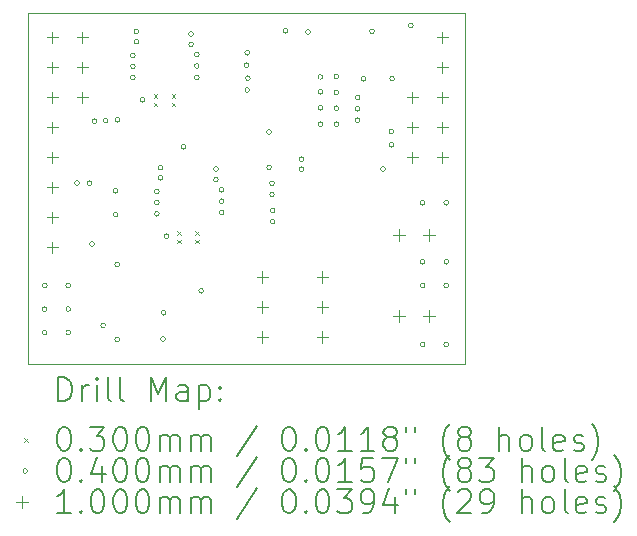
<source format=gbr>
%TF.GenerationSoftware,KiCad,Pcbnew,7.0.10-7.0.10~ubuntu23.10.1*%
%TF.CreationDate,2024-03-29T23:34:19+01:00*%
%TF.ProjectId,ledBoard,6c656442-6f61-4726-942e-6b696361645f,rev?*%
%TF.SameCoordinates,Original*%
%TF.FileFunction,Drillmap*%
%TF.FilePolarity,Positive*%
%FSLAX45Y45*%
G04 Gerber Fmt 4.5, Leading zero omitted, Abs format (unit mm)*
G04 Created by KiCad (PCBNEW 7.0.10-7.0.10~ubuntu23.10.1) date 2024-03-29 23:34:19*
%MOMM*%
%LPD*%
G01*
G04 APERTURE LIST*
%ADD10C,0.100000*%
%ADD11C,0.200000*%
G04 APERTURE END LIST*
D10*
X19860300Y-6794500D02*
X23558500Y-6794500D01*
X23558500Y-9762500D01*
X19860300Y-9762500D01*
X19860300Y-6794500D01*
D11*
D10*
X20924760Y-7483080D02*
X20954760Y-7513080D01*
X20954760Y-7483080D02*
X20924760Y-7513080D01*
X20924760Y-7554200D02*
X20954760Y-7584200D01*
X20954760Y-7554200D02*
X20924760Y-7584200D01*
X21077160Y-7483080D02*
X21107160Y-7513080D01*
X21107160Y-7483080D02*
X21077160Y-7513080D01*
X21077160Y-7554200D02*
X21107160Y-7584200D01*
X21107160Y-7554200D02*
X21077160Y-7584200D01*
X21122880Y-8641320D02*
X21152880Y-8671320D01*
X21152880Y-8641320D02*
X21122880Y-8671320D01*
X21122880Y-8712440D02*
X21152880Y-8742440D01*
X21152880Y-8712440D02*
X21122880Y-8742440D01*
X21275280Y-8641320D02*
X21305280Y-8671320D01*
X21305280Y-8641320D02*
X21275280Y-8671320D01*
X21275280Y-8712440D02*
X21305280Y-8742440D01*
X21305280Y-8712440D02*
X21275280Y-8742440D01*
X20020000Y-9100000D02*
G75*
G03*
X19980000Y-9100000I-20000J0D01*
G01*
X19980000Y-9100000D02*
G75*
G03*
X20020000Y-9100000I20000J0D01*
G01*
X20020000Y-9300000D02*
G75*
G03*
X19980000Y-9300000I-20000J0D01*
G01*
X19980000Y-9300000D02*
G75*
G03*
X20020000Y-9300000I20000J0D01*
G01*
X20020000Y-9500000D02*
G75*
G03*
X19980000Y-9500000I-20000J0D01*
G01*
X19980000Y-9500000D02*
G75*
G03*
X20020000Y-9500000I20000J0D01*
G01*
X20220000Y-9100000D02*
G75*
G03*
X20180000Y-9100000I-20000J0D01*
G01*
X20180000Y-9100000D02*
G75*
G03*
X20220000Y-9100000I20000J0D01*
G01*
X20220000Y-9300000D02*
G75*
G03*
X20180000Y-9300000I-20000J0D01*
G01*
X20180000Y-9300000D02*
G75*
G03*
X20220000Y-9300000I20000J0D01*
G01*
X20220000Y-9500000D02*
G75*
G03*
X20180000Y-9500000I-20000J0D01*
G01*
X20180000Y-9500000D02*
G75*
G03*
X20220000Y-9500000I20000J0D01*
G01*
X20294000Y-8234000D02*
G75*
G03*
X20254000Y-8234000I-20000J0D01*
G01*
X20254000Y-8234000D02*
G75*
G03*
X20294000Y-8234000I20000J0D01*
G01*
X20399000Y-8234000D02*
G75*
G03*
X20359000Y-8234000I-20000J0D01*
G01*
X20359000Y-8234000D02*
G75*
G03*
X20399000Y-8234000I20000J0D01*
G01*
X20420000Y-8750000D02*
G75*
G03*
X20380000Y-8750000I-20000J0D01*
G01*
X20380000Y-8750000D02*
G75*
G03*
X20420000Y-8750000I20000J0D01*
G01*
X20441000Y-7710000D02*
G75*
G03*
X20401000Y-7710000I-20000J0D01*
G01*
X20401000Y-7710000D02*
G75*
G03*
X20441000Y-7710000I20000J0D01*
G01*
X20515000Y-9437500D02*
G75*
G03*
X20475000Y-9437500I-20000J0D01*
G01*
X20475000Y-9437500D02*
G75*
G03*
X20515000Y-9437500I20000J0D01*
G01*
X20535972Y-7704824D02*
G75*
G03*
X20495972Y-7704824I-20000J0D01*
G01*
X20495972Y-7704824D02*
G75*
G03*
X20535972Y-7704824I20000J0D01*
G01*
X20620000Y-8300000D02*
G75*
G03*
X20580000Y-8300000I-20000J0D01*
G01*
X20580000Y-8300000D02*
G75*
G03*
X20620000Y-8300000I20000J0D01*
G01*
X20620000Y-8500000D02*
G75*
G03*
X20580000Y-8500000I-20000J0D01*
G01*
X20580000Y-8500000D02*
G75*
G03*
X20620000Y-8500000I20000J0D01*
G01*
X20635000Y-8922500D02*
G75*
G03*
X20595000Y-8922500I-20000J0D01*
G01*
X20595000Y-8922500D02*
G75*
G03*
X20635000Y-8922500I20000J0D01*
G01*
X20635000Y-9557500D02*
G75*
G03*
X20595000Y-9557500I-20000J0D01*
G01*
X20595000Y-9557500D02*
G75*
G03*
X20635000Y-9557500I20000J0D01*
G01*
X20635694Y-7697376D02*
G75*
G03*
X20595694Y-7697376I-20000J0D01*
G01*
X20595694Y-7697376D02*
G75*
G03*
X20635694Y-7697376I20000J0D01*
G01*
X20766720Y-7152640D02*
G75*
G03*
X20726720Y-7152640I-20000J0D01*
G01*
X20726720Y-7152640D02*
G75*
G03*
X20766720Y-7152640I20000J0D01*
G01*
X20766720Y-7244080D02*
G75*
G03*
X20726720Y-7244080I-20000J0D01*
G01*
X20726720Y-7244080D02*
G75*
G03*
X20766720Y-7244080I20000J0D01*
G01*
X20766720Y-7340600D02*
G75*
G03*
X20726720Y-7340600I-20000J0D01*
G01*
X20726720Y-7340600D02*
G75*
G03*
X20766720Y-7340600I20000J0D01*
G01*
X20797200Y-6949440D02*
G75*
G03*
X20757200Y-6949440I-20000J0D01*
G01*
X20757200Y-6949440D02*
G75*
G03*
X20797200Y-6949440I20000J0D01*
G01*
X20797200Y-7035800D02*
G75*
G03*
X20757200Y-7035800I-20000J0D01*
G01*
X20757200Y-7035800D02*
G75*
G03*
X20797200Y-7035800I20000J0D01*
G01*
X20848000Y-7528560D02*
G75*
G03*
X20808000Y-7528560I-20000J0D01*
G01*
X20808000Y-7528560D02*
G75*
G03*
X20848000Y-7528560I20000J0D01*
G01*
X20969920Y-8305800D02*
G75*
G03*
X20929920Y-8305800I-20000J0D01*
G01*
X20929920Y-8305800D02*
G75*
G03*
X20969920Y-8305800I20000J0D01*
G01*
X20969920Y-8397240D02*
G75*
G03*
X20929920Y-8397240I-20000J0D01*
G01*
X20929920Y-8397240D02*
G75*
G03*
X20969920Y-8397240I20000J0D01*
G01*
X20969920Y-8493760D02*
G75*
G03*
X20929920Y-8493760I-20000J0D01*
G01*
X20929920Y-8493760D02*
G75*
G03*
X20969920Y-8493760I20000J0D01*
G01*
X21000400Y-8102600D02*
G75*
G03*
X20960400Y-8102600I-20000J0D01*
G01*
X20960400Y-8102600D02*
G75*
G03*
X21000400Y-8102600I20000J0D01*
G01*
X21000400Y-8188960D02*
G75*
G03*
X20960400Y-8188960I-20000J0D01*
G01*
X20960400Y-8188960D02*
G75*
G03*
X21000400Y-8188960I20000J0D01*
G01*
X21022500Y-9552500D02*
G75*
G03*
X20982500Y-9552500I-20000J0D01*
G01*
X20982500Y-9552500D02*
G75*
G03*
X21022500Y-9552500I20000J0D01*
G01*
X21027594Y-9331584D02*
G75*
G03*
X20987594Y-9331584I-20000J0D01*
G01*
X20987594Y-9331584D02*
G75*
G03*
X21027594Y-9331584I20000J0D01*
G01*
X21051200Y-8681720D02*
G75*
G03*
X21011200Y-8681720I-20000J0D01*
G01*
X21011200Y-8681720D02*
G75*
G03*
X21051200Y-8681720I20000J0D01*
G01*
X21195000Y-7926000D02*
G75*
G03*
X21155000Y-7926000I-20000J0D01*
G01*
X21155000Y-7926000D02*
G75*
G03*
X21195000Y-7926000I20000J0D01*
G01*
X21259480Y-6969760D02*
G75*
G03*
X21219480Y-6969760I-20000J0D01*
G01*
X21219480Y-6969760D02*
G75*
G03*
X21259480Y-6969760I20000J0D01*
G01*
X21259480Y-7058660D02*
G75*
G03*
X21219480Y-7058660I-20000J0D01*
G01*
X21219480Y-7058660D02*
G75*
G03*
X21259480Y-7058660I20000J0D01*
G01*
X21307740Y-7145020D02*
G75*
G03*
X21267740Y-7145020I-20000J0D01*
G01*
X21267740Y-7145020D02*
G75*
G03*
X21307740Y-7145020I20000J0D01*
G01*
X21307740Y-7241540D02*
G75*
G03*
X21267740Y-7241540I-20000J0D01*
G01*
X21267740Y-7241540D02*
G75*
G03*
X21307740Y-7241540I20000J0D01*
G01*
X21307740Y-7338060D02*
G75*
G03*
X21267740Y-7338060I-20000J0D01*
G01*
X21267740Y-7338060D02*
G75*
G03*
X21307740Y-7338060I20000J0D01*
G01*
X21345000Y-9145000D02*
G75*
G03*
X21305000Y-9145000I-20000J0D01*
G01*
X21305000Y-9145000D02*
G75*
G03*
X21345000Y-9145000I20000J0D01*
G01*
X21470300Y-8115300D02*
G75*
G03*
X21430300Y-8115300I-20000J0D01*
G01*
X21430300Y-8115300D02*
G75*
G03*
X21470300Y-8115300I20000J0D01*
G01*
X21470300Y-8204200D02*
G75*
G03*
X21430300Y-8204200I-20000J0D01*
G01*
X21430300Y-8204200D02*
G75*
G03*
X21470300Y-8204200I20000J0D01*
G01*
X21518560Y-8290560D02*
G75*
G03*
X21478560Y-8290560I-20000J0D01*
G01*
X21478560Y-8290560D02*
G75*
G03*
X21518560Y-8290560I20000J0D01*
G01*
X21518560Y-8387080D02*
G75*
G03*
X21478560Y-8387080I-20000J0D01*
G01*
X21478560Y-8387080D02*
G75*
G03*
X21518560Y-8387080I20000J0D01*
G01*
X21518560Y-8483600D02*
G75*
G03*
X21478560Y-8483600I-20000J0D01*
G01*
X21478560Y-8483600D02*
G75*
G03*
X21518560Y-8483600I20000J0D01*
G01*
X21730000Y-7235000D02*
G75*
G03*
X21690000Y-7235000I-20000J0D01*
G01*
X21690000Y-7235000D02*
G75*
G03*
X21730000Y-7235000I20000J0D01*
G01*
X21735000Y-7130000D02*
G75*
G03*
X21695000Y-7130000I-20000J0D01*
G01*
X21695000Y-7130000D02*
G75*
G03*
X21735000Y-7130000I20000J0D01*
G01*
X21735000Y-7445000D02*
G75*
G03*
X21695000Y-7445000I-20000J0D01*
G01*
X21695000Y-7445000D02*
G75*
G03*
X21735000Y-7445000I20000J0D01*
G01*
X21740000Y-7345000D02*
G75*
G03*
X21700000Y-7345000I-20000J0D01*
G01*
X21700000Y-7345000D02*
G75*
G03*
X21740000Y-7345000I20000J0D01*
G01*
X21920000Y-7800000D02*
G75*
G03*
X21880000Y-7800000I-20000J0D01*
G01*
X21880000Y-7800000D02*
G75*
G03*
X21920000Y-7800000I20000J0D01*
G01*
X21920000Y-8100000D02*
G75*
G03*
X21880000Y-8100000I-20000J0D01*
G01*
X21880000Y-8100000D02*
G75*
G03*
X21920000Y-8100000I20000J0D01*
G01*
X21945000Y-8235000D02*
G75*
G03*
X21905000Y-8235000I-20000J0D01*
G01*
X21905000Y-8235000D02*
G75*
G03*
X21945000Y-8235000I20000J0D01*
G01*
X21945000Y-8330000D02*
G75*
G03*
X21905000Y-8330000I-20000J0D01*
G01*
X21905000Y-8330000D02*
G75*
G03*
X21945000Y-8330000I20000J0D01*
G01*
X21950000Y-8465000D02*
G75*
G03*
X21910000Y-8465000I-20000J0D01*
G01*
X21910000Y-8465000D02*
G75*
G03*
X21950000Y-8465000I20000J0D01*
G01*
X21950000Y-8560000D02*
G75*
G03*
X21910000Y-8560000I-20000J0D01*
G01*
X21910000Y-8560000D02*
G75*
G03*
X21950000Y-8560000I20000J0D01*
G01*
X22059000Y-6943000D02*
G75*
G03*
X22019000Y-6943000I-20000J0D01*
G01*
X22019000Y-6943000D02*
G75*
G03*
X22059000Y-6943000I20000J0D01*
G01*
X22195000Y-8030000D02*
G75*
G03*
X22155000Y-8030000I-20000J0D01*
G01*
X22155000Y-8030000D02*
G75*
G03*
X22195000Y-8030000I20000J0D01*
G01*
X22195000Y-8115000D02*
G75*
G03*
X22155000Y-8115000I-20000J0D01*
G01*
X22155000Y-8115000D02*
G75*
G03*
X22195000Y-8115000I20000J0D01*
G01*
X22249160Y-6954119D02*
G75*
G03*
X22209160Y-6954119I-20000J0D01*
G01*
X22209160Y-6954119D02*
G75*
G03*
X22249160Y-6954119I20000J0D01*
G01*
X22355000Y-7335000D02*
G75*
G03*
X22315000Y-7335000I-20000J0D01*
G01*
X22315000Y-7335000D02*
G75*
G03*
X22355000Y-7335000I20000J0D01*
G01*
X22355000Y-7460000D02*
G75*
G03*
X22315000Y-7460000I-20000J0D01*
G01*
X22315000Y-7460000D02*
G75*
G03*
X22355000Y-7460000I20000J0D01*
G01*
X22355000Y-7595000D02*
G75*
G03*
X22315000Y-7595000I-20000J0D01*
G01*
X22315000Y-7595000D02*
G75*
G03*
X22355000Y-7595000I20000J0D01*
G01*
X22355000Y-7735000D02*
G75*
G03*
X22315000Y-7735000I-20000J0D01*
G01*
X22315000Y-7735000D02*
G75*
G03*
X22355000Y-7735000I20000J0D01*
G01*
X22490000Y-7330000D02*
G75*
G03*
X22450000Y-7330000I-20000J0D01*
G01*
X22450000Y-7330000D02*
G75*
G03*
X22490000Y-7330000I20000J0D01*
G01*
X22490000Y-7465000D02*
G75*
G03*
X22450000Y-7465000I-20000J0D01*
G01*
X22450000Y-7465000D02*
G75*
G03*
X22490000Y-7465000I20000J0D01*
G01*
X22490000Y-7600000D02*
G75*
G03*
X22450000Y-7600000I-20000J0D01*
G01*
X22450000Y-7600000D02*
G75*
G03*
X22490000Y-7600000I20000J0D01*
G01*
X22490000Y-7735000D02*
G75*
G03*
X22450000Y-7735000I-20000J0D01*
G01*
X22450000Y-7735000D02*
G75*
G03*
X22490000Y-7735000I20000J0D01*
G01*
X22670000Y-7510000D02*
G75*
G03*
X22630000Y-7510000I-20000J0D01*
G01*
X22630000Y-7510000D02*
G75*
G03*
X22670000Y-7510000I20000J0D01*
G01*
X22670000Y-7605000D02*
G75*
G03*
X22630000Y-7605000I-20000J0D01*
G01*
X22630000Y-7605000D02*
G75*
G03*
X22670000Y-7605000I20000J0D01*
G01*
X22670000Y-7700000D02*
G75*
G03*
X22630000Y-7700000I-20000J0D01*
G01*
X22630000Y-7700000D02*
G75*
G03*
X22670000Y-7700000I20000J0D01*
G01*
X22720000Y-7351000D02*
G75*
G03*
X22680000Y-7351000I-20000J0D01*
G01*
X22680000Y-7351000D02*
G75*
G03*
X22720000Y-7351000I20000J0D01*
G01*
X22791100Y-6947450D02*
G75*
G03*
X22751100Y-6947450I-20000J0D01*
G01*
X22751100Y-6947450D02*
G75*
G03*
X22791100Y-6947450I20000J0D01*
G01*
X22885000Y-8115000D02*
G75*
G03*
X22845000Y-8115000I-20000J0D01*
G01*
X22845000Y-8115000D02*
G75*
G03*
X22885000Y-8115000I20000J0D01*
G01*
X22955000Y-7795000D02*
G75*
G03*
X22915000Y-7795000I-20000J0D01*
G01*
X22915000Y-7795000D02*
G75*
G03*
X22955000Y-7795000I20000J0D01*
G01*
X22955000Y-7910000D02*
G75*
G03*
X22915000Y-7910000I-20000J0D01*
G01*
X22915000Y-7910000D02*
G75*
G03*
X22955000Y-7910000I20000J0D01*
G01*
X22962000Y-7350000D02*
G75*
G03*
X22922000Y-7350000I-20000J0D01*
G01*
X22922000Y-7350000D02*
G75*
G03*
X22962000Y-7350000I20000J0D01*
G01*
X23120000Y-6900000D02*
G75*
G03*
X23080000Y-6900000I-20000J0D01*
G01*
X23080000Y-6900000D02*
G75*
G03*
X23120000Y-6900000I20000J0D01*
G01*
X23220000Y-8400000D02*
G75*
G03*
X23180000Y-8400000I-20000J0D01*
G01*
X23180000Y-8400000D02*
G75*
G03*
X23220000Y-8400000I20000J0D01*
G01*
X23220000Y-8900000D02*
G75*
G03*
X23180000Y-8900000I-20000J0D01*
G01*
X23180000Y-8900000D02*
G75*
G03*
X23220000Y-8900000I20000J0D01*
G01*
X23220000Y-9100000D02*
G75*
G03*
X23180000Y-9100000I-20000J0D01*
G01*
X23180000Y-9100000D02*
G75*
G03*
X23220000Y-9100000I20000J0D01*
G01*
X23220000Y-9600000D02*
G75*
G03*
X23180000Y-9600000I-20000J0D01*
G01*
X23180000Y-9600000D02*
G75*
G03*
X23220000Y-9600000I20000J0D01*
G01*
X23420000Y-8400000D02*
G75*
G03*
X23380000Y-8400000I-20000J0D01*
G01*
X23380000Y-8400000D02*
G75*
G03*
X23420000Y-8400000I20000J0D01*
G01*
X23420000Y-8900000D02*
G75*
G03*
X23380000Y-8900000I-20000J0D01*
G01*
X23380000Y-8900000D02*
G75*
G03*
X23420000Y-8900000I20000J0D01*
G01*
X23420000Y-9100000D02*
G75*
G03*
X23380000Y-9100000I-20000J0D01*
G01*
X23380000Y-9100000D02*
G75*
G03*
X23420000Y-9100000I20000J0D01*
G01*
X23420000Y-9600000D02*
G75*
G03*
X23380000Y-9600000I-20000J0D01*
G01*
X23380000Y-9600000D02*
G75*
G03*
X23420000Y-9600000I20000J0D01*
G01*
X20066000Y-6950000D02*
X20066000Y-7050000D01*
X20016000Y-7000000D02*
X20116000Y-7000000D01*
X20066000Y-7204000D02*
X20066000Y-7304000D01*
X20016000Y-7254000D02*
X20116000Y-7254000D01*
X20066000Y-7458000D02*
X20066000Y-7558000D01*
X20016000Y-7508000D02*
X20116000Y-7508000D01*
X20066000Y-7712000D02*
X20066000Y-7812000D01*
X20016000Y-7762000D02*
X20116000Y-7762000D01*
X20066000Y-7966000D02*
X20066000Y-8066000D01*
X20016000Y-8016000D02*
X20116000Y-8016000D01*
X20066000Y-8220000D02*
X20066000Y-8320000D01*
X20016000Y-8270000D02*
X20116000Y-8270000D01*
X20066000Y-8474000D02*
X20066000Y-8574000D01*
X20016000Y-8524000D02*
X20116000Y-8524000D01*
X20066000Y-8728000D02*
X20066000Y-8828000D01*
X20016000Y-8778000D02*
X20116000Y-8778000D01*
X20320000Y-6950000D02*
X20320000Y-7050000D01*
X20270000Y-7000000D02*
X20370000Y-7000000D01*
X20320000Y-7204000D02*
X20320000Y-7304000D01*
X20270000Y-7254000D02*
X20370000Y-7254000D01*
X20320000Y-7458000D02*
X20320000Y-7558000D01*
X20270000Y-7508000D02*
X20370000Y-7508000D01*
X21844000Y-8979700D02*
X21844000Y-9079700D01*
X21794000Y-9029700D02*
X21894000Y-9029700D01*
X21844000Y-9233700D02*
X21844000Y-9333700D01*
X21794000Y-9283700D02*
X21894000Y-9283700D01*
X21844000Y-9487700D02*
X21844000Y-9587700D01*
X21794000Y-9537700D02*
X21894000Y-9537700D01*
X22352000Y-8979700D02*
X22352000Y-9079700D01*
X22302000Y-9029700D02*
X22402000Y-9029700D01*
X22352000Y-9233700D02*
X22352000Y-9333700D01*
X22302000Y-9283700D02*
X22402000Y-9283700D01*
X22352000Y-9487700D02*
X22352000Y-9587700D01*
X22302000Y-9537700D02*
X22402000Y-9537700D01*
X23001700Y-8622400D02*
X23001700Y-8722400D01*
X22951700Y-8672400D02*
X23051700Y-8672400D01*
X23001700Y-9308200D02*
X23001700Y-9408200D01*
X22951700Y-9358200D02*
X23051700Y-9358200D01*
X23114000Y-7458000D02*
X23114000Y-7558000D01*
X23064000Y-7508000D02*
X23164000Y-7508000D01*
X23114000Y-7712000D02*
X23114000Y-7812000D01*
X23064000Y-7762000D02*
X23164000Y-7762000D01*
X23114000Y-7966000D02*
X23114000Y-8066000D01*
X23064000Y-8016000D02*
X23164000Y-8016000D01*
X23251700Y-8622400D02*
X23251700Y-8722400D01*
X23201700Y-8672400D02*
X23301700Y-8672400D01*
X23251700Y-9308200D02*
X23251700Y-9408200D01*
X23201700Y-9358200D02*
X23301700Y-9358200D01*
X23368000Y-6950000D02*
X23368000Y-7050000D01*
X23318000Y-7000000D02*
X23418000Y-7000000D01*
X23368000Y-7204000D02*
X23368000Y-7304000D01*
X23318000Y-7254000D02*
X23418000Y-7254000D01*
X23368000Y-7458000D02*
X23368000Y-7558000D01*
X23318000Y-7508000D02*
X23418000Y-7508000D01*
X23368000Y-7712000D02*
X23368000Y-7812000D01*
X23318000Y-7762000D02*
X23418000Y-7762000D01*
X23368000Y-7966000D02*
X23368000Y-8066000D01*
X23318000Y-8016000D02*
X23418000Y-8016000D01*
D11*
X20116077Y-10078984D02*
X20116077Y-9878984D01*
X20116077Y-9878984D02*
X20163696Y-9878984D01*
X20163696Y-9878984D02*
X20192267Y-9888508D01*
X20192267Y-9888508D02*
X20211315Y-9907555D01*
X20211315Y-9907555D02*
X20220839Y-9926603D01*
X20220839Y-9926603D02*
X20230363Y-9964698D01*
X20230363Y-9964698D02*
X20230363Y-9993270D01*
X20230363Y-9993270D02*
X20220839Y-10031365D01*
X20220839Y-10031365D02*
X20211315Y-10050412D01*
X20211315Y-10050412D02*
X20192267Y-10069460D01*
X20192267Y-10069460D02*
X20163696Y-10078984D01*
X20163696Y-10078984D02*
X20116077Y-10078984D01*
X20316077Y-10078984D02*
X20316077Y-9945650D01*
X20316077Y-9983746D02*
X20325601Y-9964698D01*
X20325601Y-9964698D02*
X20335124Y-9955174D01*
X20335124Y-9955174D02*
X20354172Y-9945650D01*
X20354172Y-9945650D02*
X20373220Y-9945650D01*
X20439886Y-10078984D02*
X20439886Y-9945650D01*
X20439886Y-9878984D02*
X20430363Y-9888508D01*
X20430363Y-9888508D02*
X20439886Y-9898031D01*
X20439886Y-9898031D02*
X20449410Y-9888508D01*
X20449410Y-9888508D02*
X20439886Y-9878984D01*
X20439886Y-9878984D02*
X20439886Y-9898031D01*
X20563696Y-10078984D02*
X20544648Y-10069460D01*
X20544648Y-10069460D02*
X20535124Y-10050412D01*
X20535124Y-10050412D02*
X20535124Y-9878984D01*
X20668458Y-10078984D02*
X20649410Y-10069460D01*
X20649410Y-10069460D02*
X20639886Y-10050412D01*
X20639886Y-10050412D02*
X20639886Y-9878984D01*
X20897029Y-10078984D02*
X20897029Y-9878984D01*
X20897029Y-9878984D02*
X20963696Y-10021841D01*
X20963696Y-10021841D02*
X21030363Y-9878984D01*
X21030363Y-9878984D02*
X21030363Y-10078984D01*
X21211315Y-10078984D02*
X21211315Y-9974222D01*
X21211315Y-9974222D02*
X21201791Y-9955174D01*
X21201791Y-9955174D02*
X21182744Y-9945650D01*
X21182744Y-9945650D02*
X21144648Y-9945650D01*
X21144648Y-9945650D02*
X21125601Y-9955174D01*
X21211315Y-10069460D02*
X21192267Y-10078984D01*
X21192267Y-10078984D02*
X21144648Y-10078984D01*
X21144648Y-10078984D02*
X21125601Y-10069460D01*
X21125601Y-10069460D02*
X21116077Y-10050412D01*
X21116077Y-10050412D02*
X21116077Y-10031365D01*
X21116077Y-10031365D02*
X21125601Y-10012317D01*
X21125601Y-10012317D02*
X21144648Y-10002793D01*
X21144648Y-10002793D02*
X21192267Y-10002793D01*
X21192267Y-10002793D02*
X21211315Y-9993270D01*
X21306553Y-9945650D02*
X21306553Y-10145650D01*
X21306553Y-9955174D02*
X21325601Y-9945650D01*
X21325601Y-9945650D02*
X21363696Y-9945650D01*
X21363696Y-9945650D02*
X21382744Y-9955174D01*
X21382744Y-9955174D02*
X21392267Y-9964698D01*
X21392267Y-9964698D02*
X21401791Y-9983746D01*
X21401791Y-9983746D02*
X21401791Y-10040889D01*
X21401791Y-10040889D02*
X21392267Y-10059936D01*
X21392267Y-10059936D02*
X21382744Y-10069460D01*
X21382744Y-10069460D02*
X21363696Y-10078984D01*
X21363696Y-10078984D02*
X21325601Y-10078984D01*
X21325601Y-10078984D02*
X21306553Y-10069460D01*
X21487505Y-10059936D02*
X21497029Y-10069460D01*
X21497029Y-10069460D02*
X21487505Y-10078984D01*
X21487505Y-10078984D02*
X21477982Y-10069460D01*
X21477982Y-10069460D02*
X21487505Y-10059936D01*
X21487505Y-10059936D02*
X21487505Y-10078984D01*
X21487505Y-9955174D02*
X21497029Y-9964698D01*
X21497029Y-9964698D02*
X21487505Y-9974222D01*
X21487505Y-9974222D02*
X21477982Y-9964698D01*
X21477982Y-9964698D02*
X21487505Y-9955174D01*
X21487505Y-9955174D02*
X21487505Y-9974222D01*
D10*
X19825300Y-10392500D02*
X19855300Y-10422500D01*
X19855300Y-10392500D02*
X19825300Y-10422500D01*
D11*
X20154172Y-10298984D02*
X20173220Y-10298984D01*
X20173220Y-10298984D02*
X20192267Y-10308508D01*
X20192267Y-10308508D02*
X20201791Y-10318031D01*
X20201791Y-10318031D02*
X20211315Y-10337079D01*
X20211315Y-10337079D02*
X20220839Y-10375174D01*
X20220839Y-10375174D02*
X20220839Y-10422793D01*
X20220839Y-10422793D02*
X20211315Y-10460889D01*
X20211315Y-10460889D02*
X20201791Y-10479936D01*
X20201791Y-10479936D02*
X20192267Y-10489460D01*
X20192267Y-10489460D02*
X20173220Y-10498984D01*
X20173220Y-10498984D02*
X20154172Y-10498984D01*
X20154172Y-10498984D02*
X20135124Y-10489460D01*
X20135124Y-10489460D02*
X20125601Y-10479936D01*
X20125601Y-10479936D02*
X20116077Y-10460889D01*
X20116077Y-10460889D02*
X20106553Y-10422793D01*
X20106553Y-10422793D02*
X20106553Y-10375174D01*
X20106553Y-10375174D02*
X20116077Y-10337079D01*
X20116077Y-10337079D02*
X20125601Y-10318031D01*
X20125601Y-10318031D02*
X20135124Y-10308508D01*
X20135124Y-10308508D02*
X20154172Y-10298984D01*
X20306553Y-10479936D02*
X20316077Y-10489460D01*
X20316077Y-10489460D02*
X20306553Y-10498984D01*
X20306553Y-10498984D02*
X20297029Y-10489460D01*
X20297029Y-10489460D02*
X20306553Y-10479936D01*
X20306553Y-10479936D02*
X20306553Y-10498984D01*
X20382744Y-10298984D02*
X20506553Y-10298984D01*
X20506553Y-10298984D02*
X20439886Y-10375174D01*
X20439886Y-10375174D02*
X20468458Y-10375174D01*
X20468458Y-10375174D02*
X20487505Y-10384698D01*
X20487505Y-10384698D02*
X20497029Y-10394222D01*
X20497029Y-10394222D02*
X20506553Y-10413270D01*
X20506553Y-10413270D02*
X20506553Y-10460889D01*
X20506553Y-10460889D02*
X20497029Y-10479936D01*
X20497029Y-10479936D02*
X20487505Y-10489460D01*
X20487505Y-10489460D02*
X20468458Y-10498984D01*
X20468458Y-10498984D02*
X20411315Y-10498984D01*
X20411315Y-10498984D02*
X20392267Y-10489460D01*
X20392267Y-10489460D02*
X20382744Y-10479936D01*
X20630363Y-10298984D02*
X20649410Y-10298984D01*
X20649410Y-10298984D02*
X20668458Y-10308508D01*
X20668458Y-10308508D02*
X20677982Y-10318031D01*
X20677982Y-10318031D02*
X20687505Y-10337079D01*
X20687505Y-10337079D02*
X20697029Y-10375174D01*
X20697029Y-10375174D02*
X20697029Y-10422793D01*
X20697029Y-10422793D02*
X20687505Y-10460889D01*
X20687505Y-10460889D02*
X20677982Y-10479936D01*
X20677982Y-10479936D02*
X20668458Y-10489460D01*
X20668458Y-10489460D02*
X20649410Y-10498984D01*
X20649410Y-10498984D02*
X20630363Y-10498984D01*
X20630363Y-10498984D02*
X20611315Y-10489460D01*
X20611315Y-10489460D02*
X20601791Y-10479936D01*
X20601791Y-10479936D02*
X20592267Y-10460889D01*
X20592267Y-10460889D02*
X20582744Y-10422793D01*
X20582744Y-10422793D02*
X20582744Y-10375174D01*
X20582744Y-10375174D02*
X20592267Y-10337079D01*
X20592267Y-10337079D02*
X20601791Y-10318031D01*
X20601791Y-10318031D02*
X20611315Y-10308508D01*
X20611315Y-10308508D02*
X20630363Y-10298984D01*
X20820839Y-10298984D02*
X20839886Y-10298984D01*
X20839886Y-10298984D02*
X20858934Y-10308508D01*
X20858934Y-10308508D02*
X20868458Y-10318031D01*
X20868458Y-10318031D02*
X20877982Y-10337079D01*
X20877982Y-10337079D02*
X20887505Y-10375174D01*
X20887505Y-10375174D02*
X20887505Y-10422793D01*
X20887505Y-10422793D02*
X20877982Y-10460889D01*
X20877982Y-10460889D02*
X20868458Y-10479936D01*
X20868458Y-10479936D02*
X20858934Y-10489460D01*
X20858934Y-10489460D02*
X20839886Y-10498984D01*
X20839886Y-10498984D02*
X20820839Y-10498984D01*
X20820839Y-10498984D02*
X20801791Y-10489460D01*
X20801791Y-10489460D02*
X20792267Y-10479936D01*
X20792267Y-10479936D02*
X20782744Y-10460889D01*
X20782744Y-10460889D02*
X20773220Y-10422793D01*
X20773220Y-10422793D02*
X20773220Y-10375174D01*
X20773220Y-10375174D02*
X20782744Y-10337079D01*
X20782744Y-10337079D02*
X20792267Y-10318031D01*
X20792267Y-10318031D02*
X20801791Y-10308508D01*
X20801791Y-10308508D02*
X20820839Y-10298984D01*
X20973220Y-10498984D02*
X20973220Y-10365650D01*
X20973220Y-10384698D02*
X20982744Y-10375174D01*
X20982744Y-10375174D02*
X21001791Y-10365650D01*
X21001791Y-10365650D02*
X21030363Y-10365650D01*
X21030363Y-10365650D02*
X21049410Y-10375174D01*
X21049410Y-10375174D02*
X21058934Y-10394222D01*
X21058934Y-10394222D02*
X21058934Y-10498984D01*
X21058934Y-10394222D02*
X21068458Y-10375174D01*
X21068458Y-10375174D02*
X21087505Y-10365650D01*
X21087505Y-10365650D02*
X21116077Y-10365650D01*
X21116077Y-10365650D02*
X21135125Y-10375174D01*
X21135125Y-10375174D02*
X21144648Y-10394222D01*
X21144648Y-10394222D02*
X21144648Y-10498984D01*
X21239886Y-10498984D02*
X21239886Y-10365650D01*
X21239886Y-10384698D02*
X21249410Y-10375174D01*
X21249410Y-10375174D02*
X21268458Y-10365650D01*
X21268458Y-10365650D02*
X21297029Y-10365650D01*
X21297029Y-10365650D02*
X21316077Y-10375174D01*
X21316077Y-10375174D02*
X21325601Y-10394222D01*
X21325601Y-10394222D02*
X21325601Y-10498984D01*
X21325601Y-10394222D02*
X21335125Y-10375174D01*
X21335125Y-10375174D02*
X21354172Y-10365650D01*
X21354172Y-10365650D02*
X21382744Y-10365650D01*
X21382744Y-10365650D02*
X21401791Y-10375174D01*
X21401791Y-10375174D02*
X21411315Y-10394222D01*
X21411315Y-10394222D02*
X21411315Y-10498984D01*
X21801791Y-10289460D02*
X21630363Y-10546603D01*
X22058934Y-10298984D02*
X22077982Y-10298984D01*
X22077982Y-10298984D02*
X22097029Y-10308508D01*
X22097029Y-10308508D02*
X22106553Y-10318031D01*
X22106553Y-10318031D02*
X22116077Y-10337079D01*
X22116077Y-10337079D02*
X22125601Y-10375174D01*
X22125601Y-10375174D02*
X22125601Y-10422793D01*
X22125601Y-10422793D02*
X22116077Y-10460889D01*
X22116077Y-10460889D02*
X22106553Y-10479936D01*
X22106553Y-10479936D02*
X22097029Y-10489460D01*
X22097029Y-10489460D02*
X22077982Y-10498984D01*
X22077982Y-10498984D02*
X22058934Y-10498984D01*
X22058934Y-10498984D02*
X22039887Y-10489460D01*
X22039887Y-10489460D02*
X22030363Y-10479936D01*
X22030363Y-10479936D02*
X22020839Y-10460889D01*
X22020839Y-10460889D02*
X22011315Y-10422793D01*
X22011315Y-10422793D02*
X22011315Y-10375174D01*
X22011315Y-10375174D02*
X22020839Y-10337079D01*
X22020839Y-10337079D02*
X22030363Y-10318031D01*
X22030363Y-10318031D02*
X22039887Y-10308508D01*
X22039887Y-10308508D02*
X22058934Y-10298984D01*
X22211315Y-10479936D02*
X22220839Y-10489460D01*
X22220839Y-10489460D02*
X22211315Y-10498984D01*
X22211315Y-10498984D02*
X22201791Y-10489460D01*
X22201791Y-10489460D02*
X22211315Y-10479936D01*
X22211315Y-10479936D02*
X22211315Y-10498984D01*
X22344648Y-10298984D02*
X22363696Y-10298984D01*
X22363696Y-10298984D02*
X22382744Y-10308508D01*
X22382744Y-10308508D02*
X22392267Y-10318031D01*
X22392267Y-10318031D02*
X22401791Y-10337079D01*
X22401791Y-10337079D02*
X22411315Y-10375174D01*
X22411315Y-10375174D02*
X22411315Y-10422793D01*
X22411315Y-10422793D02*
X22401791Y-10460889D01*
X22401791Y-10460889D02*
X22392267Y-10479936D01*
X22392267Y-10479936D02*
X22382744Y-10489460D01*
X22382744Y-10489460D02*
X22363696Y-10498984D01*
X22363696Y-10498984D02*
X22344648Y-10498984D01*
X22344648Y-10498984D02*
X22325601Y-10489460D01*
X22325601Y-10489460D02*
X22316077Y-10479936D01*
X22316077Y-10479936D02*
X22306553Y-10460889D01*
X22306553Y-10460889D02*
X22297029Y-10422793D01*
X22297029Y-10422793D02*
X22297029Y-10375174D01*
X22297029Y-10375174D02*
X22306553Y-10337079D01*
X22306553Y-10337079D02*
X22316077Y-10318031D01*
X22316077Y-10318031D02*
X22325601Y-10308508D01*
X22325601Y-10308508D02*
X22344648Y-10298984D01*
X22601791Y-10498984D02*
X22487506Y-10498984D01*
X22544648Y-10498984D02*
X22544648Y-10298984D01*
X22544648Y-10298984D02*
X22525601Y-10327555D01*
X22525601Y-10327555D02*
X22506553Y-10346603D01*
X22506553Y-10346603D02*
X22487506Y-10356127D01*
X22792267Y-10498984D02*
X22677982Y-10498984D01*
X22735125Y-10498984D02*
X22735125Y-10298984D01*
X22735125Y-10298984D02*
X22716077Y-10327555D01*
X22716077Y-10327555D02*
X22697029Y-10346603D01*
X22697029Y-10346603D02*
X22677982Y-10356127D01*
X22906553Y-10384698D02*
X22887506Y-10375174D01*
X22887506Y-10375174D02*
X22877982Y-10365650D01*
X22877982Y-10365650D02*
X22868458Y-10346603D01*
X22868458Y-10346603D02*
X22868458Y-10337079D01*
X22868458Y-10337079D02*
X22877982Y-10318031D01*
X22877982Y-10318031D02*
X22887506Y-10308508D01*
X22887506Y-10308508D02*
X22906553Y-10298984D01*
X22906553Y-10298984D02*
X22944648Y-10298984D01*
X22944648Y-10298984D02*
X22963696Y-10308508D01*
X22963696Y-10308508D02*
X22973220Y-10318031D01*
X22973220Y-10318031D02*
X22982744Y-10337079D01*
X22982744Y-10337079D02*
X22982744Y-10346603D01*
X22982744Y-10346603D02*
X22973220Y-10365650D01*
X22973220Y-10365650D02*
X22963696Y-10375174D01*
X22963696Y-10375174D02*
X22944648Y-10384698D01*
X22944648Y-10384698D02*
X22906553Y-10384698D01*
X22906553Y-10384698D02*
X22887506Y-10394222D01*
X22887506Y-10394222D02*
X22877982Y-10403746D01*
X22877982Y-10403746D02*
X22868458Y-10422793D01*
X22868458Y-10422793D02*
X22868458Y-10460889D01*
X22868458Y-10460889D02*
X22877982Y-10479936D01*
X22877982Y-10479936D02*
X22887506Y-10489460D01*
X22887506Y-10489460D02*
X22906553Y-10498984D01*
X22906553Y-10498984D02*
X22944648Y-10498984D01*
X22944648Y-10498984D02*
X22963696Y-10489460D01*
X22963696Y-10489460D02*
X22973220Y-10479936D01*
X22973220Y-10479936D02*
X22982744Y-10460889D01*
X22982744Y-10460889D02*
X22982744Y-10422793D01*
X22982744Y-10422793D02*
X22973220Y-10403746D01*
X22973220Y-10403746D02*
X22963696Y-10394222D01*
X22963696Y-10394222D02*
X22944648Y-10384698D01*
X23058934Y-10298984D02*
X23058934Y-10337079D01*
X23135125Y-10298984D02*
X23135125Y-10337079D01*
X23430363Y-10575174D02*
X23420839Y-10565650D01*
X23420839Y-10565650D02*
X23401791Y-10537079D01*
X23401791Y-10537079D02*
X23392268Y-10518031D01*
X23392268Y-10518031D02*
X23382744Y-10489460D01*
X23382744Y-10489460D02*
X23373220Y-10441841D01*
X23373220Y-10441841D02*
X23373220Y-10403746D01*
X23373220Y-10403746D02*
X23382744Y-10356127D01*
X23382744Y-10356127D02*
X23392268Y-10327555D01*
X23392268Y-10327555D02*
X23401791Y-10308508D01*
X23401791Y-10308508D02*
X23420839Y-10279936D01*
X23420839Y-10279936D02*
X23430363Y-10270412D01*
X23535125Y-10384698D02*
X23516077Y-10375174D01*
X23516077Y-10375174D02*
X23506553Y-10365650D01*
X23506553Y-10365650D02*
X23497029Y-10346603D01*
X23497029Y-10346603D02*
X23497029Y-10337079D01*
X23497029Y-10337079D02*
X23506553Y-10318031D01*
X23506553Y-10318031D02*
X23516077Y-10308508D01*
X23516077Y-10308508D02*
X23535125Y-10298984D01*
X23535125Y-10298984D02*
X23573220Y-10298984D01*
X23573220Y-10298984D02*
X23592268Y-10308508D01*
X23592268Y-10308508D02*
X23601791Y-10318031D01*
X23601791Y-10318031D02*
X23611315Y-10337079D01*
X23611315Y-10337079D02*
X23611315Y-10346603D01*
X23611315Y-10346603D02*
X23601791Y-10365650D01*
X23601791Y-10365650D02*
X23592268Y-10375174D01*
X23592268Y-10375174D02*
X23573220Y-10384698D01*
X23573220Y-10384698D02*
X23535125Y-10384698D01*
X23535125Y-10384698D02*
X23516077Y-10394222D01*
X23516077Y-10394222D02*
X23506553Y-10403746D01*
X23506553Y-10403746D02*
X23497029Y-10422793D01*
X23497029Y-10422793D02*
X23497029Y-10460889D01*
X23497029Y-10460889D02*
X23506553Y-10479936D01*
X23506553Y-10479936D02*
X23516077Y-10489460D01*
X23516077Y-10489460D02*
X23535125Y-10498984D01*
X23535125Y-10498984D02*
X23573220Y-10498984D01*
X23573220Y-10498984D02*
X23592268Y-10489460D01*
X23592268Y-10489460D02*
X23601791Y-10479936D01*
X23601791Y-10479936D02*
X23611315Y-10460889D01*
X23611315Y-10460889D02*
X23611315Y-10422793D01*
X23611315Y-10422793D02*
X23601791Y-10403746D01*
X23601791Y-10403746D02*
X23592268Y-10394222D01*
X23592268Y-10394222D02*
X23573220Y-10384698D01*
X23849410Y-10498984D02*
X23849410Y-10298984D01*
X23935125Y-10498984D02*
X23935125Y-10394222D01*
X23935125Y-10394222D02*
X23925601Y-10375174D01*
X23925601Y-10375174D02*
X23906553Y-10365650D01*
X23906553Y-10365650D02*
X23877982Y-10365650D01*
X23877982Y-10365650D02*
X23858934Y-10375174D01*
X23858934Y-10375174D02*
X23849410Y-10384698D01*
X24058934Y-10498984D02*
X24039887Y-10489460D01*
X24039887Y-10489460D02*
X24030363Y-10479936D01*
X24030363Y-10479936D02*
X24020839Y-10460889D01*
X24020839Y-10460889D02*
X24020839Y-10403746D01*
X24020839Y-10403746D02*
X24030363Y-10384698D01*
X24030363Y-10384698D02*
X24039887Y-10375174D01*
X24039887Y-10375174D02*
X24058934Y-10365650D01*
X24058934Y-10365650D02*
X24087506Y-10365650D01*
X24087506Y-10365650D02*
X24106553Y-10375174D01*
X24106553Y-10375174D02*
X24116077Y-10384698D01*
X24116077Y-10384698D02*
X24125601Y-10403746D01*
X24125601Y-10403746D02*
X24125601Y-10460889D01*
X24125601Y-10460889D02*
X24116077Y-10479936D01*
X24116077Y-10479936D02*
X24106553Y-10489460D01*
X24106553Y-10489460D02*
X24087506Y-10498984D01*
X24087506Y-10498984D02*
X24058934Y-10498984D01*
X24239887Y-10498984D02*
X24220839Y-10489460D01*
X24220839Y-10489460D02*
X24211315Y-10470412D01*
X24211315Y-10470412D02*
X24211315Y-10298984D01*
X24392268Y-10489460D02*
X24373220Y-10498984D01*
X24373220Y-10498984D02*
X24335125Y-10498984D01*
X24335125Y-10498984D02*
X24316077Y-10489460D01*
X24316077Y-10489460D02*
X24306553Y-10470412D01*
X24306553Y-10470412D02*
X24306553Y-10394222D01*
X24306553Y-10394222D02*
X24316077Y-10375174D01*
X24316077Y-10375174D02*
X24335125Y-10365650D01*
X24335125Y-10365650D02*
X24373220Y-10365650D01*
X24373220Y-10365650D02*
X24392268Y-10375174D01*
X24392268Y-10375174D02*
X24401791Y-10394222D01*
X24401791Y-10394222D02*
X24401791Y-10413270D01*
X24401791Y-10413270D02*
X24306553Y-10432317D01*
X24477982Y-10489460D02*
X24497030Y-10498984D01*
X24497030Y-10498984D02*
X24535125Y-10498984D01*
X24535125Y-10498984D02*
X24554172Y-10489460D01*
X24554172Y-10489460D02*
X24563696Y-10470412D01*
X24563696Y-10470412D02*
X24563696Y-10460889D01*
X24563696Y-10460889D02*
X24554172Y-10441841D01*
X24554172Y-10441841D02*
X24535125Y-10432317D01*
X24535125Y-10432317D02*
X24506553Y-10432317D01*
X24506553Y-10432317D02*
X24487506Y-10422793D01*
X24487506Y-10422793D02*
X24477982Y-10403746D01*
X24477982Y-10403746D02*
X24477982Y-10394222D01*
X24477982Y-10394222D02*
X24487506Y-10375174D01*
X24487506Y-10375174D02*
X24506553Y-10365650D01*
X24506553Y-10365650D02*
X24535125Y-10365650D01*
X24535125Y-10365650D02*
X24554172Y-10375174D01*
X24630363Y-10575174D02*
X24639887Y-10565650D01*
X24639887Y-10565650D02*
X24658934Y-10537079D01*
X24658934Y-10537079D02*
X24668458Y-10518031D01*
X24668458Y-10518031D02*
X24677982Y-10489460D01*
X24677982Y-10489460D02*
X24687506Y-10441841D01*
X24687506Y-10441841D02*
X24687506Y-10403746D01*
X24687506Y-10403746D02*
X24677982Y-10356127D01*
X24677982Y-10356127D02*
X24668458Y-10327555D01*
X24668458Y-10327555D02*
X24658934Y-10308508D01*
X24658934Y-10308508D02*
X24639887Y-10279936D01*
X24639887Y-10279936D02*
X24630363Y-10270412D01*
D10*
X19855300Y-10671500D02*
G75*
G03*
X19815300Y-10671500I-20000J0D01*
G01*
X19815300Y-10671500D02*
G75*
G03*
X19855300Y-10671500I20000J0D01*
G01*
D11*
X20154172Y-10562984D02*
X20173220Y-10562984D01*
X20173220Y-10562984D02*
X20192267Y-10572508D01*
X20192267Y-10572508D02*
X20201791Y-10582031D01*
X20201791Y-10582031D02*
X20211315Y-10601079D01*
X20211315Y-10601079D02*
X20220839Y-10639174D01*
X20220839Y-10639174D02*
X20220839Y-10686793D01*
X20220839Y-10686793D02*
X20211315Y-10724889D01*
X20211315Y-10724889D02*
X20201791Y-10743936D01*
X20201791Y-10743936D02*
X20192267Y-10753460D01*
X20192267Y-10753460D02*
X20173220Y-10762984D01*
X20173220Y-10762984D02*
X20154172Y-10762984D01*
X20154172Y-10762984D02*
X20135124Y-10753460D01*
X20135124Y-10753460D02*
X20125601Y-10743936D01*
X20125601Y-10743936D02*
X20116077Y-10724889D01*
X20116077Y-10724889D02*
X20106553Y-10686793D01*
X20106553Y-10686793D02*
X20106553Y-10639174D01*
X20106553Y-10639174D02*
X20116077Y-10601079D01*
X20116077Y-10601079D02*
X20125601Y-10582031D01*
X20125601Y-10582031D02*
X20135124Y-10572508D01*
X20135124Y-10572508D02*
X20154172Y-10562984D01*
X20306553Y-10743936D02*
X20316077Y-10753460D01*
X20316077Y-10753460D02*
X20306553Y-10762984D01*
X20306553Y-10762984D02*
X20297029Y-10753460D01*
X20297029Y-10753460D02*
X20306553Y-10743936D01*
X20306553Y-10743936D02*
X20306553Y-10762984D01*
X20487505Y-10629650D02*
X20487505Y-10762984D01*
X20439886Y-10553460D02*
X20392267Y-10696317D01*
X20392267Y-10696317D02*
X20516077Y-10696317D01*
X20630363Y-10562984D02*
X20649410Y-10562984D01*
X20649410Y-10562984D02*
X20668458Y-10572508D01*
X20668458Y-10572508D02*
X20677982Y-10582031D01*
X20677982Y-10582031D02*
X20687505Y-10601079D01*
X20687505Y-10601079D02*
X20697029Y-10639174D01*
X20697029Y-10639174D02*
X20697029Y-10686793D01*
X20697029Y-10686793D02*
X20687505Y-10724889D01*
X20687505Y-10724889D02*
X20677982Y-10743936D01*
X20677982Y-10743936D02*
X20668458Y-10753460D01*
X20668458Y-10753460D02*
X20649410Y-10762984D01*
X20649410Y-10762984D02*
X20630363Y-10762984D01*
X20630363Y-10762984D02*
X20611315Y-10753460D01*
X20611315Y-10753460D02*
X20601791Y-10743936D01*
X20601791Y-10743936D02*
X20592267Y-10724889D01*
X20592267Y-10724889D02*
X20582744Y-10686793D01*
X20582744Y-10686793D02*
X20582744Y-10639174D01*
X20582744Y-10639174D02*
X20592267Y-10601079D01*
X20592267Y-10601079D02*
X20601791Y-10582031D01*
X20601791Y-10582031D02*
X20611315Y-10572508D01*
X20611315Y-10572508D02*
X20630363Y-10562984D01*
X20820839Y-10562984D02*
X20839886Y-10562984D01*
X20839886Y-10562984D02*
X20858934Y-10572508D01*
X20858934Y-10572508D02*
X20868458Y-10582031D01*
X20868458Y-10582031D02*
X20877982Y-10601079D01*
X20877982Y-10601079D02*
X20887505Y-10639174D01*
X20887505Y-10639174D02*
X20887505Y-10686793D01*
X20887505Y-10686793D02*
X20877982Y-10724889D01*
X20877982Y-10724889D02*
X20868458Y-10743936D01*
X20868458Y-10743936D02*
X20858934Y-10753460D01*
X20858934Y-10753460D02*
X20839886Y-10762984D01*
X20839886Y-10762984D02*
X20820839Y-10762984D01*
X20820839Y-10762984D02*
X20801791Y-10753460D01*
X20801791Y-10753460D02*
X20792267Y-10743936D01*
X20792267Y-10743936D02*
X20782744Y-10724889D01*
X20782744Y-10724889D02*
X20773220Y-10686793D01*
X20773220Y-10686793D02*
X20773220Y-10639174D01*
X20773220Y-10639174D02*
X20782744Y-10601079D01*
X20782744Y-10601079D02*
X20792267Y-10582031D01*
X20792267Y-10582031D02*
X20801791Y-10572508D01*
X20801791Y-10572508D02*
X20820839Y-10562984D01*
X20973220Y-10762984D02*
X20973220Y-10629650D01*
X20973220Y-10648698D02*
X20982744Y-10639174D01*
X20982744Y-10639174D02*
X21001791Y-10629650D01*
X21001791Y-10629650D02*
X21030363Y-10629650D01*
X21030363Y-10629650D02*
X21049410Y-10639174D01*
X21049410Y-10639174D02*
X21058934Y-10658222D01*
X21058934Y-10658222D02*
X21058934Y-10762984D01*
X21058934Y-10658222D02*
X21068458Y-10639174D01*
X21068458Y-10639174D02*
X21087505Y-10629650D01*
X21087505Y-10629650D02*
X21116077Y-10629650D01*
X21116077Y-10629650D02*
X21135125Y-10639174D01*
X21135125Y-10639174D02*
X21144648Y-10658222D01*
X21144648Y-10658222D02*
X21144648Y-10762984D01*
X21239886Y-10762984D02*
X21239886Y-10629650D01*
X21239886Y-10648698D02*
X21249410Y-10639174D01*
X21249410Y-10639174D02*
X21268458Y-10629650D01*
X21268458Y-10629650D02*
X21297029Y-10629650D01*
X21297029Y-10629650D02*
X21316077Y-10639174D01*
X21316077Y-10639174D02*
X21325601Y-10658222D01*
X21325601Y-10658222D02*
X21325601Y-10762984D01*
X21325601Y-10658222D02*
X21335125Y-10639174D01*
X21335125Y-10639174D02*
X21354172Y-10629650D01*
X21354172Y-10629650D02*
X21382744Y-10629650D01*
X21382744Y-10629650D02*
X21401791Y-10639174D01*
X21401791Y-10639174D02*
X21411315Y-10658222D01*
X21411315Y-10658222D02*
X21411315Y-10762984D01*
X21801791Y-10553460D02*
X21630363Y-10810603D01*
X22058934Y-10562984D02*
X22077982Y-10562984D01*
X22077982Y-10562984D02*
X22097029Y-10572508D01*
X22097029Y-10572508D02*
X22106553Y-10582031D01*
X22106553Y-10582031D02*
X22116077Y-10601079D01*
X22116077Y-10601079D02*
X22125601Y-10639174D01*
X22125601Y-10639174D02*
X22125601Y-10686793D01*
X22125601Y-10686793D02*
X22116077Y-10724889D01*
X22116077Y-10724889D02*
X22106553Y-10743936D01*
X22106553Y-10743936D02*
X22097029Y-10753460D01*
X22097029Y-10753460D02*
X22077982Y-10762984D01*
X22077982Y-10762984D02*
X22058934Y-10762984D01*
X22058934Y-10762984D02*
X22039887Y-10753460D01*
X22039887Y-10753460D02*
X22030363Y-10743936D01*
X22030363Y-10743936D02*
X22020839Y-10724889D01*
X22020839Y-10724889D02*
X22011315Y-10686793D01*
X22011315Y-10686793D02*
X22011315Y-10639174D01*
X22011315Y-10639174D02*
X22020839Y-10601079D01*
X22020839Y-10601079D02*
X22030363Y-10582031D01*
X22030363Y-10582031D02*
X22039887Y-10572508D01*
X22039887Y-10572508D02*
X22058934Y-10562984D01*
X22211315Y-10743936D02*
X22220839Y-10753460D01*
X22220839Y-10753460D02*
X22211315Y-10762984D01*
X22211315Y-10762984D02*
X22201791Y-10753460D01*
X22201791Y-10753460D02*
X22211315Y-10743936D01*
X22211315Y-10743936D02*
X22211315Y-10762984D01*
X22344648Y-10562984D02*
X22363696Y-10562984D01*
X22363696Y-10562984D02*
X22382744Y-10572508D01*
X22382744Y-10572508D02*
X22392267Y-10582031D01*
X22392267Y-10582031D02*
X22401791Y-10601079D01*
X22401791Y-10601079D02*
X22411315Y-10639174D01*
X22411315Y-10639174D02*
X22411315Y-10686793D01*
X22411315Y-10686793D02*
X22401791Y-10724889D01*
X22401791Y-10724889D02*
X22392267Y-10743936D01*
X22392267Y-10743936D02*
X22382744Y-10753460D01*
X22382744Y-10753460D02*
X22363696Y-10762984D01*
X22363696Y-10762984D02*
X22344648Y-10762984D01*
X22344648Y-10762984D02*
X22325601Y-10753460D01*
X22325601Y-10753460D02*
X22316077Y-10743936D01*
X22316077Y-10743936D02*
X22306553Y-10724889D01*
X22306553Y-10724889D02*
X22297029Y-10686793D01*
X22297029Y-10686793D02*
X22297029Y-10639174D01*
X22297029Y-10639174D02*
X22306553Y-10601079D01*
X22306553Y-10601079D02*
X22316077Y-10582031D01*
X22316077Y-10582031D02*
X22325601Y-10572508D01*
X22325601Y-10572508D02*
X22344648Y-10562984D01*
X22601791Y-10762984D02*
X22487506Y-10762984D01*
X22544648Y-10762984D02*
X22544648Y-10562984D01*
X22544648Y-10562984D02*
X22525601Y-10591555D01*
X22525601Y-10591555D02*
X22506553Y-10610603D01*
X22506553Y-10610603D02*
X22487506Y-10620127D01*
X22782744Y-10562984D02*
X22687506Y-10562984D01*
X22687506Y-10562984D02*
X22677982Y-10658222D01*
X22677982Y-10658222D02*
X22687506Y-10648698D01*
X22687506Y-10648698D02*
X22706553Y-10639174D01*
X22706553Y-10639174D02*
X22754172Y-10639174D01*
X22754172Y-10639174D02*
X22773220Y-10648698D01*
X22773220Y-10648698D02*
X22782744Y-10658222D01*
X22782744Y-10658222D02*
X22792267Y-10677270D01*
X22792267Y-10677270D02*
X22792267Y-10724889D01*
X22792267Y-10724889D02*
X22782744Y-10743936D01*
X22782744Y-10743936D02*
X22773220Y-10753460D01*
X22773220Y-10753460D02*
X22754172Y-10762984D01*
X22754172Y-10762984D02*
X22706553Y-10762984D01*
X22706553Y-10762984D02*
X22687506Y-10753460D01*
X22687506Y-10753460D02*
X22677982Y-10743936D01*
X22858934Y-10562984D02*
X22992267Y-10562984D01*
X22992267Y-10562984D02*
X22906553Y-10762984D01*
X23058934Y-10562984D02*
X23058934Y-10601079D01*
X23135125Y-10562984D02*
X23135125Y-10601079D01*
X23430363Y-10839174D02*
X23420839Y-10829650D01*
X23420839Y-10829650D02*
X23401791Y-10801079D01*
X23401791Y-10801079D02*
X23392268Y-10782031D01*
X23392268Y-10782031D02*
X23382744Y-10753460D01*
X23382744Y-10753460D02*
X23373220Y-10705841D01*
X23373220Y-10705841D02*
X23373220Y-10667746D01*
X23373220Y-10667746D02*
X23382744Y-10620127D01*
X23382744Y-10620127D02*
X23392268Y-10591555D01*
X23392268Y-10591555D02*
X23401791Y-10572508D01*
X23401791Y-10572508D02*
X23420839Y-10543936D01*
X23420839Y-10543936D02*
X23430363Y-10534412D01*
X23535125Y-10648698D02*
X23516077Y-10639174D01*
X23516077Y-10639174D02*
X23506553Y-10629650D01*
X23506553Y-10629650D02*
X23497029Y-10610603D01*
X23497029Y-10610603D02*
X23497029Y-10601079D01*
X23497029Y-10601079D02*
X23506553Y-10582031D01*
X23506553Y-10582031D02*
X23516077Y-10572508D01*
X23516077Y-10572508D02*
X23535125Y-10562984D01*
X23535125Y-10562984D02*
X23573220Y-10562984D01*
X23573220Y-10562984D02*
X23592268Y-10572508D01*
X23592268Y-10572508D02*
X23601791Y-10582031D01*
X23601791Y-10582031D02*
X23611315Y-10601079D01*
X23611315Y-10601079D02*
X23611315Y-10610603D01*
X23611315Y-10610603D02*
X23601791Y-10629650D01*
X23601791Y-10629650D02*
X23592268Y-10639174D01*
X23592268Y-10639174D02*
X23573220Y-10648698D01*
X23573220Y-10648698D02*
X23535125Y-10648698D01*
X23535125Y-10648698D02*
X23516077Y-10658222D01*
X23516077Y-10658222D02*
X23506553Y-10667746D01*
X23506553Y-10667746D02*
X23497029Y-10686793D01*
X23497029Y-10686793D02*
X23497029Y-10724889D01*
X23497029Y-10724889D02*
X23506553Y-10743936D01*
X23506553Y-10743936D02*
X23516077Y-10753460D01*
X23516077Y-10753460D02*
X23535125Y-10762984D01*
X23535125Y-10762984D02*
X23573220Y-10762984D01*
X23573220Y-10762984D02*
X23592268Y-10753460D01*
X23592268Y-10753460D02*
X23601791Y-10743936D01*
X23601791Y-10743936D02*
X23611315Y-10724889D01*
X23611315Y-10724889D02*
X23611315Y-10686793D01*
X23611315Y-10686793D02*
X23601791Y-10667746D01*
X23601791Y-10667746D02*
X23592268Y-10658222D01*
X23592268Y-10658222D02*
X23573220Y-10648698D01*
X23677982Y-10562984D02*
X23801791Y-10562984D01*
X23801791Y-10562984D02*
X23735125Y-10639174D01*
X23735125Y-10639174D02*
X23763696Y-10639174D01*
X23763696Y-10639174D02*
X23782744Y-10648698D01*
X23782744Y-10648698D02*
X23792268Y-10658222D01*
X23792268Y-10658222D02*
X23801791Y-10677270D01*
X23801791Y-10677270D02*
X23801791Y-10724889D01*
X23801791Y-10724889D02*
X23792268Y-10743936D01*
X23792268Y-10743936D02*
X23782744Y-10753460D01*
X23782744Y-10753460D02*
X23763696Y-10762984D01*
X23763696Y-10762984D02*
X23706553Y-10762984D01*
X23706553Y-10762984D02*
X23687506Y-10753460D01*
X23687506Y-10753460D02*
X23677982Y-10743936D01*
X24039887Y-10762984D02*
X24039887Y-10562984D01*
X24125601Y-10762984D02*
X24125601Y-10658222D01*
X24125601Y-10658222D02*
X24116077Y-10639174D01*
X24116077Y-10639174D02*
X24097030Y-10629650D01*
X24097030Y-10629650D02*
X24068458Y-10629650D01*
X24068458Y-10629650D02*
X24049410Y-10639174D01*
X24049410Y-10639174D02*
X24039887Y-10648698D01*
X24249410Y-10762984D02*
X24230363Y-10753460D01*
X24230363Y-10753460D02*
X24220839Y-10743936D01*
X24220839Y-10743936D02*
X24211315Y-10724889D01*
X24211315Y-10724889D02*
X24211315Y-10667746D01*
X24211315Y-10667746D02*
X24220839Y-10648698D01*
X24220839Y-10648698D02*
X24230363Y-10639174D01*
X24230363Y-10639174D02*
X24249410Y-10629650D01*
X24249410Y-10629650D02*
X24277982Y-10629650D01*
X24277982Y-10629650D02*
X24297030Y-10639174D01*
X24297030Y-10639174D02*
X24306553Y-10648698D01*
X24306553Y-10648698D02*
X24316077Y-10667746D01*
X24316077Y-10667746D02*
X24316077Y-10724889D01*
X24316077Y-10724889D02*
X24306553Y-10743936D01*
X24306553Y-10743936D02*
X24297030Y-10753460D01*
X24297030Y-10753460D02*
X24277982Y-10762984D01*
X24277982Y-10762984D02*
X24249410Y-10762984D01*
X24430363Y-10762984D02*
X24411315Y-10753460D01*
X24411315Y-10753460D02*
X24401791Y-10734412D01*
X24401791Y-10734412D02*
X24401791Y-10562984D01*
X24582744Y-10753460D02*
X24563696Y-10762984D01*
X24563696Y-10762984D02*
X24525601Y-10762984D01*
X24525601Y-10762984D02*
X24506553Y-10753460D01*
X24506553Y-10753460D02*
X24497030Y-10734412D01*
X24497030Y-10734412D02*
X24497030Y-10658222D01*
X24497030Y-10658222D02*
X24506553Y-10639174D01*
X24506553Y-10639174D02*
X24525601Y-10629650D01*
X24525601Y-10629650D02*
X24563696Y-10629650D01*
X24563696Y-10629650D02*
X24582744Y-10639174D01*
X24582744Y-10639174D02*
X24592268Y-10658222D01*
X24592268Y-10658222D02*
X24592268Y-10677270D01*
X24592268Y-10677270D02*
X24497030Y-10696317D01*
X24668458Y-10753460D02*
X24687506Y-10762984D01*
X24687506Y-10762984D02*
X24725601Y-10762984D01*
X24725601Y-10762984D02*
X24744649Y-10753460D01*
X24744649Y-10753460D02*
X24754172Y-10734412D01*
X24754172Y-10734412D02*
X24754172Y-10724889D01*
X24754172Y-10724889D02*
X24744649Y-10705841D01*
X24744649Y-10705841D02*
X24725601Y-10696317D01*
X24725601Y-10696317D02*
X24697030Y-10696317D01*
X24697030Y-10696317D02*
X24677982Y-10686793D01*
X24677982Y-10686793D02*
X24668458Y-10667746D01*
X24668458Y-10667746D02*
X24668458Y-10658222D01*
X24668458Y-10658222D02*
X24677982Y-10639174D01*
X24677982Y-10639174D02*
X24697030Y-10629650D01*
X24697030Y-10629650D02*
X24725601Y-10629650D01*
X24725601Y-10629650D02*
X24744649Y-10639174D01*
X24820839Y-10839174D02*
X24830363Y-10829650D01*
X24830363Y-10829650D02*
X24849411Y-10801079D01*
X24849411Y-10801079D02*
X24858934Y-10782031D01*
X24858934Y-10782031D02*
X24868458Y-10753460D01*
X24868458Y-10753460D02*
X24877982Y-10705841D01*
X24877982Y-10705841D02*
X24877982Y-10667746D01*
X24877982Y-10667746D02*
X24868458Y-10620127D01*
X24868458Y-10620127D02*
X24858934Y-10591555D01*
X24858934Y-10591555D02*
X24849411Y-10572508D01*
X24849411Y-10572508D02*
X24830363Y-10543936D01*
X24830363Y-10543936D02*
X24820839Y-10534412D01*
D10*
X19805300Y-10885500D02*
X19805300Y-10985500D01*
X19755300Y-10935500D02*
X19855300Y-10935500D01*
D11*
X20220839Y-11026984D02*
X20106553Y-11026984D01*
X20163696Y-11026984D02*
X20163696Y-10826984D01*
X20163696Y-10826984D02*
X20144648Y-10855555D01*
X20144648Y-10855555D02*
X20125601Y-10874603D01*
X20125601Y-10874603D02*
X20106553Y-10884127D01*
X20306553Y-11007936D02*
X20316077Y-11017460D01*
X20316077Y-11017460D02*
X20306553Y-11026984D01*
X20306553Y-11026984D02*
X20297029Y-11017460D01*
X20297029Y-11017460D02*
X20306553Y-11007936D01*
X20306553Y-11007936D02*
X20306553Y-11026984D01*
X20439886Y-10826984D02*
X20458934Y-10826984D01*
X20458934Y-10826984D02*
X20477982Y-10836508D01*
X20477982Y-10836508D02*
X20487505Y-10846031D01*
X20487505Y-10846031D02*
X20497029Y-10865079D01*
X20497029Y-10865079D02*
X20506553Y-10903174D01*
X20506553Y-10903174D02*
X20506553Y-10950793D01*
X20506553Y-10950793D02*
X20497029Y-10988889D01*
X20497029Y-10988889D02*
X20487505Y-11007936D01*
X20487505Y-11007936D02*
X20477982Y-11017460D01*
X20477982Y-11017460D02*
X20458934Y-11026984D01*
X20458934Y-11026984D02*
X20439886Y-11026984D01*
X20439886Y-11026984D02*
X20420839Y-11017460D01*
X20420839Y-11017460D02*
X20411315Y-11007936D01*
X20411315Y-11007936D02*
X20401791Y-10988889D01*
X20401791Y-10988889D02*
X20392267Y-10950793D01*
X20392267Y-10950793D02*
X20392267Y-10903174D01*
X20392267Y-10903174D02*
X20401791Y-10865079D01*
X20401791Y-10865079D02*
X20411315Y-10846031D01*
X20411315Y-10846031D02*
X20420839Y-10836508D01*
X20420839Y-10836508D02*
X20439886Y-10826984D01*
X20630363Y-10826984D02*
X20649410Y-10826984D01*
X20649410Y-10826984D02*
X20668458Y-10836508D01*
X20668458Y-10836508D02*
X20677982Y-10846031D01*
X20677982Y-10846031D02*
X20687505Y-10865079D01*
X20687505Y-10865079D02*
X20697029Y-10903174D01*
X20697029Y-10903174D02*
X20697029Y-10950793D01*
X20697029Y-10950793D02*
X20687505Y-10988889D01*
X20687505Y-10988889D02*
X20677982Y-11007936D01*
X20677982Y-11007936D02*
X20668458Y-11017460D01*
X20668458Y-11017460D02*
X20649410Y-11026984D01*
X20649410Y-11026984D02*
X20630363Y-11026984D01*
X20630363Y-11026984D02*
X20611315Y-11017460D01*
X20611315Y-11017460D02*
X20601791Y-11007936D01*
X20601791Y-11007936D02*
X20592267Y-10988889D01*
X20592267Y-10988889D02*
X20582744Y-10950793D01*
X20582744Y-10950793D02*
X20582744Y-10903174D01*
X20582744Y-10903174D02*
X20592267Y-10865079D01*
X20592267Y-10865079D02*
X20601791Y-10846031D01*
X20601791Y-10846031D02*
X20611315Y-10836508D01*
X20611315Y-10836508D02*
X20630363Y-10826984D01*
X20820839Y-10826984D02*
X20839886Y-10826984D01*
X20839886Y-10826984D02*
X20858934Y-10836508D01*
X20858934Y-10836508D02*
X20868458Y-10846031D01*
X20868458Y-10846031D02*
X20877982Y-10865079D01*
X20877982Y-10865079D02*
X20887505Y-10903174D01*
X20887505Y-10903174D02*
X20887505Y-10950793D01*
X20887505Y-10950793D02*
X20877982Y-10988889D01*
X20877982Y-10988889D02*
X20868458Y-11007936D01*
X20868458Y-11007936D02*
X20858934Y-11017460D01*
X20858934Y-11017460D02*
X20839886Y-11026984D01*
X20839886Y-11026984D02*
X20820839Y-11026984D01*
X20820839Y-11026984D02*
X20801791Y-11017460D01*
X20801791Y-11017460D02*
X20792267Y-11007936D01*
X20792267Y-11007936D02*
X20782744Y-10988889D01*
X20782744Y-10988889D02*
X20773220Y-10950793D01*
X20773220Y-10950793D02*
X20773220Y-10903174D01*
X20773220Y-10903174D02*
X20782744Y-10865079D01*
X20782744Y-10865079D02*
X20792267Y-10846031D01*
X20792267Y-10846031D02*
X20801791Y-10836508D01*
X20801791Y-10836508D02*
X20820839Y-10826984D01*
X20973220Y-11026984D02*
X20973220Y-10893650D01*
X20973220Y-10912698D02*
X20982744Y-10903174D01*
X20982744Y-10903174D02*
X21001791Y-10893650D01*
X21001791Y-10893650D02*
X21030363Y-10893650D01*
X21030363Y-10893650D02*
X21049410Y-10903174D01*
X21049410Y-10903174D02*
X21058934Y-10922222D01*
X21058934Y-10922222D02*
X21058934Y-11026984D01*
X21058934Y-10922222D02*
X21068458Y-10903174D01*
X21068458Y-10903174D02*
X21087505Y-10893650D01*
X21087505Y-10893650D02*
X21116077Y-10893650D01*
X21116077Y-10893650D02*
X21135125Y-10903174D01*
X21135125Y-10903174D02*
X21144648Y-10922222D01*
X21144648Y-10922222D02*
X21144648Y-11026984D01*
X21239886Y-11026984D02*
X21239886Y-10893650D01*
X21239886Y-10912698D02*
X21249410Y-10903174D01*
X21249410Y-10903174D02*
X21268458Y-10893650D01*
X21268458Y-10893650D02*
X21297029Y-10893650D01*
X21297029Y-10893650D02*
X21316077Y-10903174D01*
X21316077Y-10903174D02*
X21325601Y-10922222D01*
X21325601Y-10922222D02*
X21325601Y-11026984D01*
X21325601Y-10922222D02*
X21335125Y-10903174D01*
X21335125Y-10903174D02*
X21354172Y-10893650D01*
X21354172Y-10893650D02*
X21382744Y-10893650D01*
X21382744Y-10893650D02*
X21401791Y-10903174D01*
X21401791Y-10903174D02*
X21411315Y-10922222D01*
X21411315Y-10922222D02*
X21411315Y-11026984D01*
X21801791Y-10817460D02*
X21630363Y-11074603D01*
X22058934Y-10826984D02*
X22077982Y-10826984D01*
X22077982Y-10826984D02*
X22097029Y-10836508D01*
X22097029Y-10836508D02*
X22106553Y-10846031D01*
X22106553Y-10846031D02*
X22116077Y-10865079D01*
X22116077Y-10865079D02*
X22125601Y-10903174D01*
X22125601Y-10903174D02*
X22125601Y-10950793D01*
X22125601Y-10950793D02*
X22116077Y-10988889D01*
X22116077Y-10988889D02*
X22106553Y-11007936D01*
X22106553Y-11007936D02*
X22097029Y-11017460D01*
X22097029Y-11017460D02*
X22077982Y-11026984D01*
X22077982Y-11026984D02*
X22058934Y-11026984D01*
X22058934Y-11026984D02*
X22039887Y-11017460D01*
X22039887Y-11017460D02*
X22030363Y-11007936D01*
X22030363Y-11007936D02*
X22020839Y-10988889D01*
X22020839Y-10988889D02*
X22011315Y-10950793D01*
X22011315Y-10950793D02*
X22011315Y-10903174D01*
X22011315Y-10903174D02*
X22020839Y-10865079D01*
X22020839Y-10865079D02*
X22030363Y-10846031D01*
X22030363Y-10846031D02*
X22039887Y-10836508D01*
X22039887Y-10836508D02*
X22058934Y-10826984D01*
X22211315Y-11007936D02*
X22220839Y-11017460D01*
X22220839Y-11017460D02*
X22211315Y-11026984D01*
X22211315Y-11026984D02*
X22201791Y-11017460D01*
X22201791Y-11017460D02*
X22211315Y-11007936D01*
X22211315Y-11007936D02*
X22211315Y-11026984D01*
X22344648Y-10826984D02*
X22363696Y-10826984D01*
X22363696Y-10826984D02*
X22382744Y-10836508D01*
X22382744Y-10836508D02*
X22392267Y-10846031D01*
X22392267Y-10846031D02*
X22401791Y-10865079D01*
X22401791Y-10865079D02*
X22411315Y-10903174D01*
X22411315Y-10903174D02*
X22411315Y-10950793D01*
X22411315Y-10950793D02*
X22401791Y-10988889D01*
X22401791Y-10988889D02*
X22392267Y-11007936D01*
X22392267Y-11007936D02*
X22382744Y-11017460D01*
X22382744Y-11017460D02*
X22363696Y-11026984D01*
X22363696Y-11026984D02*
X22344648Y-11026984D01*
X22344648Y-11026984D02*
X22325601Y-11017460D01*
X22325601Y-11017460D02*
X22316077Y-11007936D01*
X22316077Y-11007936D02*
X22306553Y-10988889D01*
X22306553Y-10988889D02*
X22297029Y-10950793D01*
X22297029Y-10950793D02*
X22297029Y-10903174D01*
X22297029Y-10903174D02*
X22306553Y-10865079D01*
X22306553Y-10865079D02*
X22316077Y-10846031D01*
X22316077Y-10846031D02*
X22325601Y-10836508D01*
X22325601Y-10836508D02*
X22344648Y-10826984D01*
X22477982Y-10826984D02*
X22601791Y-10826984D01*
X22601791Y-10826984D02*
X22535125Y-10903174D01*
X22535125Y-10903174D02*
X22563696Y-10903174D01*
X22563696Y-10903174D02*
X22582744Y-10912698D01*
X22582744Y-10912698D02*
X22592267Y-10922222D01*
X22592267Y-10922222D02*
X22601791Y-10941270D01*
X22601791Y-10941270D02*
X22601791Y-10988889D01*
X22601791Y-10988889D02*
X22592267Y-11007936D01*
X22592267Y-11007936D02*
X22582744Y-11017460D01*
X22582744Y-11017460D02*
X22563696Y-11026984D01*
X22563696Y-11026984D02*
X22506553Y-11026984D01*
X22506553Y-11026984D02*
X22487506Y-11017460D01*
X22487506Y-11017460D02*
X22477982Y-11007936D01*
X22697029Y-11026984D02*
X22735125Y-11026984D01*
X22735125Y-11026984D02*
X22754172Y-11017460D01*
X22754172Y-11017460D02*
X22763696Y-11007936D01*
X22763696Y-11007936D02*
X22782744Y-10979365D01*
X22782744Y-10979365D02*
X22792267Y-10941270D01*
X22792267Y-10941270D02*
X22792267Y-10865079D01*
X22792267Y-10865079D02*
X22782744Y-10846031D01*
X22782744Y-10846031D02*
X22773220Y-10836508D01*
X22773220Y-10836508D02*
X22754172Y-10826984D01*
X22754172Y-10826984D02*
X22716077Y-10826984D01*
X22716077Y-10826984D02*
X22697029Y-10836508D01*
X22697029Y-10836508D02*
X22687506Y-10846031D01*
X22687506Y-10846031D02*
X22677982Y-10865079D01*
X22677982Y-10865079D02*
X22677982Y-10912698D01*
X22677982Y-10912698D02*
X22687506Y-10931746D01*
X22687506Y-10931746D02*
X22697029Y-10941270D01*
X22697029Y-10941270D02*
X22716077Y-10950793D01*
X22716077Y-10950793D02*
X22754172Y-10950793D01*
X22754172Y-10950793D02*
X22773220Y-10941270D01*
X22773220Y-10941270D02*
X22782744Y-10931746D01*
X22782744Y-10931746D02*
X22792267Y-10912698D01*
X22963696Y-10893650D02*
X22963696Y-11026984D01*
X22916077Y-10817460D02*
X22868458Y-10960317D01*
X22868458Y-10960317D02*
X22992267Y-10960317D01*
X23058934Y-10826984D02*
X23058934Y-10865079D01*
X23135125Y-10826984D02*
X23135125Y-10865079D01*
X23430363Y-11103174D02*
X23420839Y-11093650D01*
X23420839Y-11093650D02*
X23401791Y-11065079D01*
X23401791Y-11065079D02*
X23392268Y-11046031D01*
X23392268Y-11046031D02*
X23382744Y-11017460D01*
X23382744Y-11017460D02*
X23373220Y-10969841D01*
X23373220Y-10969841D02*
X23373220Y-10931746D01*
X23373220Y-10931746D02*
X23382744Y-10884127D01*
X23382744Y-10884127D02*
X23392268Y-10855555D01*
X23392268Y-10855555D02*
X23401791Y-10836508D01*
X23401791Y-10836508D02*
X23420839Y-10807936D01*
X23420839Y-10807936D02*
X23430363Y-10798412D01*
X23497029Y-10846031D02*
X23506553Y-10836508D01*
X23506553Y-10836508D02*
X23525601Y-10826984D01*
X23525601Y-10826984D02*
X23573220Y-10826984D01*
X23573220Y-10826984D02*
X23592268Y-10836508D01*
X23592268Y-10836508D02*
X23601791Y-10846031D01*
X23601791Y-10846031D02*
X23611315Y-10865079D01*
X23611315Y-10865079D02*
X23611315Y-10884127D01*
X23611315Y-10884127D02*
X23601791Y-10912698D01*
X23601791Y-10912698D02*
X23487506Y-11026984D01*
X23487506Y-11026984D02*
X23611315Y-11026984D01*
X23706553Y-11026984D02*
X23744648Y-11026984D01*
X23744648Y-11026984D02*
X23763696Y-11017460D01*
X23763696Y-11017460D02*
X23773220Y-11007936D01*
X23773220Y-11007936D02*
X23792268Y-10979365D01*
X23792268Y-10979365D02*
X23801791Y-10941270D01*
X23801791Y-10941270D02*
X23801791Y-10865079D01*
X23801791Y-10865079D02*
X23792268Y-10846031D01*
X23792268Y-10846031D02*
X23782744Y-10836508D01*
X23782744Y-10836508D02*
X23763696Y-10826984D01*
X23763696Y-10826984D02*
X23725601Y-10826984D01*
X23725601Y-10826984D02*
X23706553Y-10836508D01*
X23706553Y-10836508D02*
X23697029Y-10846031D01*
X23697029Y-10846031D02*
X23687506Y-10865079D01*
X23687506Y-10865079D02*
X23687506Y-10912698D01*
X23687506Y-10912698D02*
X23697029Y-10931746D01*
X23697029Y-10931746D02*
X23706553Y-10941270D01*
X23706553Y-10941270D02*
X23725601Y-10950793D01*
X23725601Y-10950793D02*
X23763696Y-10950793D01*
X23763696Y-10950793D02*
X23782744Y-10941270D01*
X23782744Y-10941270D02*
X23792268Y-10931746D01*
X23792268Y-10931746D02*
X23801791Y-10912698D01*
X24039887Y-11026984D02*
X24039887Y-10826984D01*
X24125601Y-11026984D02*
X24125601Y-10922222D01*
X24125601Y-10922222D02*
X24116077Y-10903174D01*
X24116077Y-10903174D02*
X24097030Y-10893650D01*
X24097030Y-10893650D02*
X24068458Y-10893650D01*
X24068458Y-10893650D02*
X24049410Y-10903174D01*
X24049410Y-10903174D02*
X24039887Y-10912698D01*
X24249410Y-11026984D02*
X24230363Y-11017460D01*
X24230363Y-11017460D02*
X24220839Y-11007936D01*
X24220839Y-11007936D02*
X24211315Y-10988889D01*
X24211315Y-10988889D02*
X24211315Y-10931746D01*
X24211315Y-10931746D02*
X24220839Y-10912698D01*
X24220839Y-10912698D02*
X24230363Y-10903174D01*
X24230363Y-10903174D02*
X24249410Y-10893650D01*
X24249410Y-10893650D02*
X24277982Y-10893650D01*
X24277982Y-10893650D02*
X24297030Y-10903174D01*
X24297030Y-10903174D02*
X24306553Y-10912698D01*
X24306553Y-10912698D02*
X24316077Y-10931746D01*
X24316077Y-10931746D02*
X24316077Y-10988889D01*
X24316077Y-10988889D02*
X24306553Y-11007936D01*
X24306553Y-11007936D02*
X24297030Y-11017460D01*
X24297030Y-11017460D02*
X24277982Y-11026984D01*
X24277982Y-11026984D02*
X24249410Y-11026984D01*
X24430363Y-11026984D02*
X24411315Y-11017460D01*
X24411315Y-11017460D02*
X24401791Y-10998412D01*
X24401791Y-10998412D02*
X24401791Y-10826984D01*
X24582744Y-11017460D02*
X24563696Y-11026984D01*
X24563696Y-11026984D02*
X24525601Y-11026984D01*
X24525601Y-11026984D02*
X24506553Y-11017460D01*
X24506553Y-11017460D02*
X24497030Y-10998412D01*
X24497030Y-10998412D02*
X24497030Y-10922222D01*
X24497030Y-10922222D02*
X24506553Y-10903174D01*
X24506553Y-10903174D02*
X24525601Y-10893650D01*
X24525601Y-10893650D02*
X24563696Y-10893650D01*
X24563696Y-10893650D02*
X24582744Y-10903174D01*
X24582744Y-10903174D02*
X24592268Y-10922222D01*
X24592268Y-10922222D02*
X24592268Y-10941270D01*
X24592268Y-10941270D02*
X24497030Y-10960317D01*
X24668458Y-11017460D02*
X24687506Y-11026984D01*
X24687506Y-11026984D02*
X24725601Y-11026984D01*
X24725601Y-11026984D02*
X24744649Y-11017460D01*
X24744649Y-11017460D02*
X24754172Y-10998412D01*
X24754172Y-10998412D02*
X24754172Y-10988889D01*
X24754172Y-10988889D02*
X24744649Y-10969841D01*
X24744649Y-10969841D02*
X24725601Y-10960317D01*
X24725601Y-10960317D02*
X24697030Y-10960317D01*
X24697030Y-10960317D02*
X24677982Y-10950793D01*
X24677982Y-10950793D02*
X24668458Y-10931746D01*
X24668458Y-10931746D02*
X24668458Y-10922222D01*
X24668458Y-10922222D02*
X24677982Y-10903174D01*
X24677982Y-10903174D02*
X24697030Y-10893650D01*
X24697030Y-10893650D02*
X24725601Y-10893650D01*
X24725601Y-10893650D02*
X24744649Y-10903174D01*
X24820839Y-11103174D02*
X24830363Y-11093650D01*
X24830363Y-11093650D02*
X24849411Y-11065079D01*
X24849411Y-11065079D02*
X24858934Y-11046031D01*
X24858934Y-11046031D02*
X24868458Y-11017460D01*
X24868458Y-11017460D02*
X24877982Y-10969841D01*
X24877982Y-10969841D02*
X24877982Y-10931746D01*
X24877982Y-10931746D02*
X24868458Y-10884127D01*
X24868458Y-10884127D02*
X24858934Y-10855555D01*
X24858934Y-10855555D02*
X24849411Y-10836508D01*
X24849411Y-10836508D02*
X24830363Y-10807936D01*
X24830363Y-10807936D02*
X24820839Y-10798412D01*
M02*

</source>
